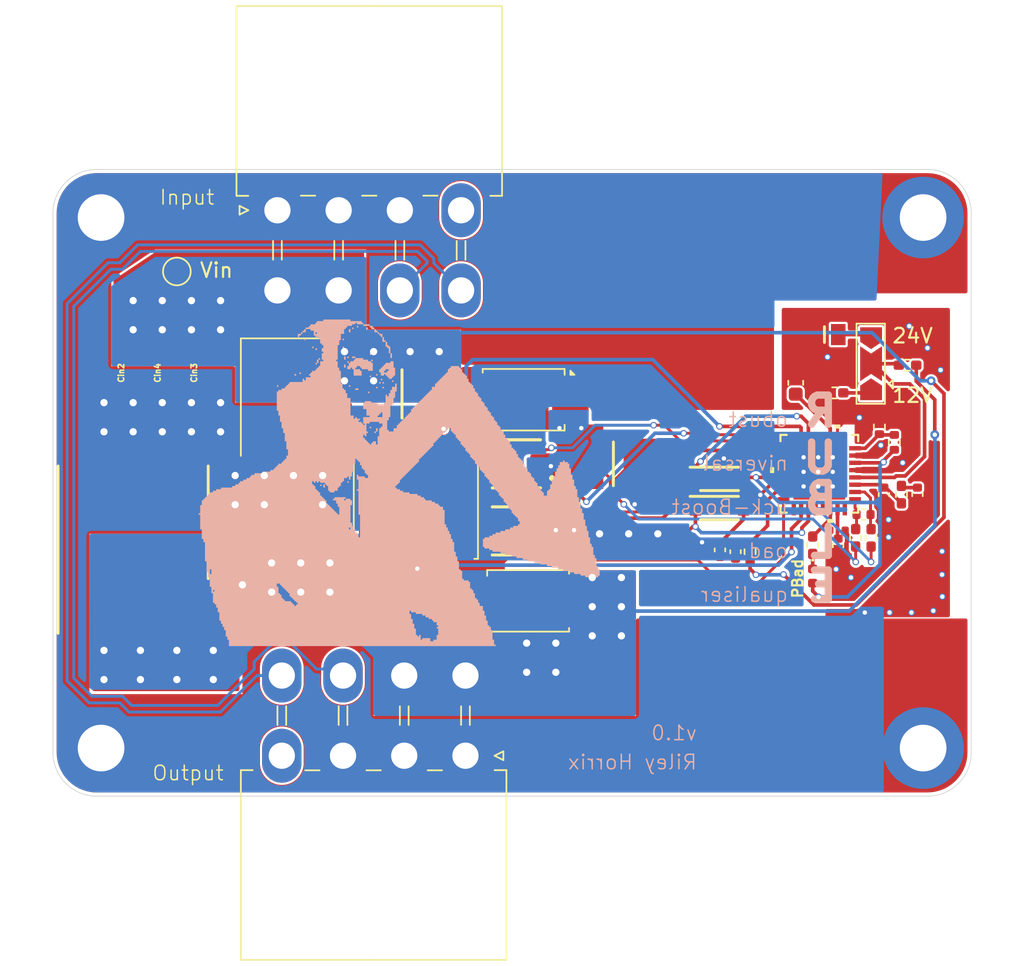
<source format=kicad_pcb>
(kicad_pcb (version 20241229) (generator "pcbnew") (generator_version "9.0")
  (layers (0 "F.Cu" signal) (4 "In1.Cu" signal) (6 "In2.Cu" signal) (2 "B.Cu" signal) (13 "F.Paste" user) (15 "B.Paste" user) (5 "F.SilkS" user "F.Silkscreen") (7 "B.SilkS" user "B.Silkscreen") (1 "F.Mask" user) (3 "B.Mask" user) (25 "Edge.Cuts" user))
  (net 0 "")
  (net 1 "/ICVIN")
  (net 2 "/TG2")
  (net 3 "/SW2")
  (net 4 "/SENS+")
  (net 5 "/BG2")
  (net 6 "Net-(C1-Pad2)")
  (net 7 "GND")
  (net 8 "Net-(IC1-ITH)")
  (net 9 "/SW1")
  (net 10 "/BG1")
  (net 11 "Net-(IC1-STBYMD)")
  (net 12 "Net-(Da1-K)")
  (net 13 "Net-(Db1-K)")
  (net 14 "Net-(IC1-VIN)")
  (net 15 "/ICVOUT")
  (net 16 "Net-(IC1-SENSE-)")
  (net 17 "Net-(IC1-SENSE+)")
  (net 18 "Net-(IC1-SS)")
  (net 19 "/INTVCC")
  (net 20 "Net-(D1-K)")
  (net 21 "/TG1")
  (net 30 "Net-(IC1-PLLFTR)")
  (net 31 "Net-(IC1-VOSENSE)")
  (net 32 "Net-(IC1-PGOOD)")
  (net 33 "+3V3")
  (net 34 "/CAN-")
  (net 35 "/CAN+")
  (net 36 "Net-(JP1-A)")
  (net 37 "Net-(JP1-B)")
  (net 38 "Net-(PBAD1-K)")
  (footprint "iclr:BSZ025N04LS" (layer "F.Cu") (at 158.59875 79.9)
    (property "Reference" "A1" (hide yes))
    (property "Value" "BSZ025N04LS" (hide yes))
  )
  (footprint "Capacitor_SMD:C_0402_1005Metric" (layer "F.Cu") (at 188.61322 88.180016 180)
    (property "Reference" "CSENS1" (hide yes))
    (property "Value" "68pF")
  )
  (footprint "Inductor_SMD:L_Sunlord_SWPA8040S" (layer "F.Cu") (at 157.89875 86.955 -90)
    (property "Reference" "L1" (hide yes))
    (property "Value" "18uH")
  )
  (footprint "Resistor_SMD:R_0402_1005Metric" (layer "F.Cu") (at 146 88.99 90)
    (property "Reference" "R3" (hide yes))
    (property "Value" "3k")
  )
  (footprint "Resistor_SMD:R_0402_1005Metric_Pad0.72x0.64mm_HandSolder" (layer "F.Cu") (at 189.13125 89.780016 90)
    (property "Reference" "RSENS-1" (hide yes))
    (property "Value" "100")
  )
  (footprint "RubleHardware:QFN-32_UH" (layer "F.Cu") (at 185.5776 85.380016 180)
    (property "Reference" "IC1" (hide yes))
    (property "Value" "LTC3780EUH#PBF")
  )
  (footprint "iclr:Molex_Mini-Fit_Jr_5569-08A2_2x04_P4.20mm_Horizontal" (layer "F.Cu") (at 161.3 104.725 180)
    (property "Reference" "J2_OUT1" (hide yes))
    (property "Value" "Conn_01x08_Male")
  )
  (footprint "iclr:BSZ025N04LS" (layer "F.Cu") (at 164.79375 84.7 90)
    (property "Reference" "B1" (hide yes))
    (property "Value" "BSZ025N04LS" (hide yes))
  )
  (footprint "Resistor_SMD:R_0402_1005Metric_Pad0.72x0.64mm_HandSolder" (layer "F.Cu") (at 186.6275 79.830016)
    (property "Reference" "R1_12v1" (hide yes))
    (property "Value" "8.06k")
  )
  (footprint "Resistor_SMD:R_0402_1005Metric" (layer "F.Cu") (at 189.7 82.15 -90)
    (property "Reference" "R4" (hide yes))
    (property "Value" "10k")
  )
  (footprint "iclr:CAPAE1030X1050N" (layer "F.Cu") (at 138.5 90 90)
    (property "Reference" "Cout2" (hide yes))
    (property "Value" "330uF" (hide yes))
  )
  (footprint "iclr:CAPC2012X145N" (layer "F.Cu") (at 141.5 78 90)
    (property "Reference" "Cin4")
    (property "Value" "22uF")
  )
  (footprint "TestPoint:TestPoint_Pad_D1.5mm" (layer "F.Cu") (at 141.5 71.5)
    (property "Reference" "TP2" (hide yes))
    (property "Value" "TestPoint")
  )
  (footprint "iclr:SODFL3516X70N" (layer "F.Cu") (at 178.73 87.730016)
    (property "Reference" "Da1" (hide yes))
    (property "Value" "B0540W-7-F" (hide yes))
  )
  (footprint "iclr:CAPC1608X90N" (layer "F.Cu") (at 151 89.29 90)
    (property "Reference" "Cout1" (hide yes))
    (property "Value" "100nF" (hide yes))
  )
  (footprint "RubleHardware:Stonks" (layer "F.Cu") (at 157.461639 85.94526)
    (property "Reference" "G***" (hide yes))
    (property "Value" "LOGO" (hide yes))
  )
  (footprint "Resistor_SMD:R_0402_1005Metric_Pad0.72x0.64mm_HandSolder" (layer "F.Cu") (at 185.1252 90.282516 -90)
    (property "Reference" "Rpu1" (hide yes))
    (property "Value" "390")
  )
  (footprint "MountingHole:MountingHole_3.2mm_M3_DIN965_Pad" (layer "F.Cu") (at 136.3 67.8)
    (property "Reference" "H1" (hide yes))
    (property "Value" "MountingHole_Pad")
  )
  (footprint "MountingHole:MountingHole_3.2mm_M3_DIN965_Pad" (layer "F.Cu") (at 192.7 104.2)
    (property "Reference" "H4" (hide yes))
    (property "Value" "MountingHole_Pad")
  )
  (footprint "iclr:BSZ025N04LS" (layer "F.Cu") (at 158.59875 94.2 180)
    (property "Reference" "D3" (hide yes))
    (property "Value" "BSZ025N04LS" (hide yes))
  )
  (footprint "Capacitor_SMD:C_0402_1005Metric" (layer "F.Cu") (at 167.95 87.5 180)
    (property "Reference" "Cb1" (hide yes))
    (property "Value" "1uF")
  )
  (footprint "iclr:CAPC2012X145N" (layer "F.Cu") (at 139 78 90)
    (property "Reference" "Cin2")
    (property "Value" "22uF")
  )
  (footprint "TestPoint:TestPoint_Pad_D1.5mm" (layer "F.Cu") (at 146 95)
    (property "Reference" "TP1" (hide yes))
    (property "Value" "TestPoint")
  )
  (footprint "LED_SMD:LED_0402_1005Metric" (layer "F.Cu") (at 146 91.09 -90)
    (property "Reference" "D1" (hide yes))
    (property "Value" "LED_GREEN")
  )
  (footprint "MountingHole:MountingHole_3.2mm_M3_DIN965_Pad" (layer "F.Cu") (at 192.7 67.8)
    (property "Reference" "H3" (hide yes))
    (property "Value" "MountingHole_Pad")
  )
  (footprint "iclr:BSZ025N04LS" (layer "F.Cu") (at 164.79375 89.3 90)
    (property "Reference" "C3" (hide yes))
    (property "Value" "BSZ025N04LS" (hide yes))
  )
  (footprint "Resistor_SMD:R_0402_1005Metric_Pad0.72x0.64mm_HandSolder" (layer "F.Cu") (at 188.071514 89.77346 90)
    (property "Reference" "RSENS+1" (hide yes))
    (property "Value" "100")
  )
  (footprint "iclr:RESC2013X65N" (layer "F.Cu") (at 185.93 75.830016)
    (property "Reference" "R1_24v1" (hide yes))
    (property "Value" "3.89k" (hide yes))
  )
  (footprint "Capacitor_SMD:C_0603_1608Metric" (layer "F.Cu") (at 183.96 79.140016 90)
    (property "Reference" "C4" (hide yes))
    (property "Value" "100nF")
  )
  (footprint "Capacitor_Tantalum_SMD:CP_EIA-7360-38_Kemet-E" (layer "F.Cu") (at 149 80.5 -90)
    (property "Reference" "Cin1" (hide yes))
    (property "Value" "100uF")
  )
  (footprint "Capacitor_SMD:C_0402_1005Metric" (layer "F.Cu") (at 168.74875 90.5 180)
    (property "Reference" "Ca1" (hide yes))
    (property "Value" "1uF")
  )
  (footprint "Jumper:SolderJumper-3_P2.0mm_Open_TrianglePad1.0x1.5mm" (layer "F.Cu") (at 189.13 77.830016 90)
    (property "Reference" "JP1" (hide yes))
    (property "Value" "SolderJumper_3_Open")
  )
  (footprint "Resistor_SMD:R_0402_1005Metric" (layer "F.Cu") (at 190.725 83.225 90)
    (property "Reference" "R5" (hide yes))
    (property "Value" "15k")
  )
  (footprint "Capacitor_SMD:C_0402_1005Metric" (layer "F.Cu") (at 190.0125 86.810016 90)
    (property "Reference" "C2" (hide yes))
    (property "Value" "47pF")
  )
  (footprint "Resistor_SMD:R_0402_1005Metric_Pad0.72x0.64mm_HandSolder" (layer "F.Cu") (at 180.83 90.730016 90)
    (property "Reference" "Rin1" (hide yes))
    (property "Value" "10")
  )
  (footprint "iclr:RESC6432X67N" (layer "F.Cu") (at 171.45 84.7 180)
    (property "Reference" "Rsense1" (hide yes))
    (property "Value" "5m" (hide yes))
  )
  (footprint "Capacitor_SMD:C_0402_1005Metric" (layer "F.Cu") (at 192.3125 86.810016 90)
    (property "Reference" "C1" (hide yes))
    (property "Value" "10nF")
  )
  (footprint "iclr:SODFL3516X70N" (layer "F.Cu") (at 178.73 85.730016)
    (property "Reference" "Db1" (hide yes))
    (property "Value" "B0540W-7-F" (hide yes))
  )
  (footprint "Package_TO_SOT_SMD:TO-277B" (layer "F.Cu") (at 165.59875 94.1 90)
    (property "Reference" "D4" (hide yes))
    (property "Value" "DST1550S")
  )
  (footprint "Package_TO_SOT_SMD:TO-277B" (layer "F.Cu") (at 165.29375 80.3 -90)
    (property "Reference" "D2" (hide yes))
    (property "Value" "DST1550S")
  )
  (footprint "Resistor_SMD:R_0402_1005Metric_Pad0.72x0.64mm_HandSolder" (layer "F.Cu") (at 191.63 77.930016 180)
    (property "Reference" "R1" (hide yes))
    (property "Value" "113k")
  )
  (footprint "iclr:CAPC2012X145N" (layer "F.Cu") (at 144 78 90)
    (property "Reference" "Cin3")
    (property "Value" "22uF")
  )
  (footprint "Capacitor_SMD:C_0402_1005Metric" (layer "F.Cu") (at 186.869655 90.315338 90)
    (property "Reference" "Css1" (hide yes))
    (property "Value" "22nF")
  )
  (footprint "Resistor_SMD:R_0402_1005Metric_Pad0.72x0.64mm_HandSolder" (layer "F.Cu") (at 191.2125 86.810016 -90)
    (property "Reference" "R2" (hide yes))
    (property "Value" "100k")
  )
  (footprint "LED_SMD:LED_0402_1005Metric" (layer "F.Cu") (at 185.1252 92.395016 -90)
    (property "Reference" "PBAD1" (hide yes))
    (property "Value" "RED_LED")
  )
  (footprint "Capacitor_SMD:C_0402_1005Metric" (layer "F.Cu") (at 179.83 90.727516 -90)
    (property "Reference" "Cf1" (hide yes))
    (property "Value" "0.1uF")
  )
  (footprint "Capacitor_SMD:C_0402_1005Metric" (layer "F.Cu") (at 178.762092 90.606567 -90)
    (property "Reference" "Cvcc1" (hide yes))
    (property "Value" "4.7uf")
  )
  (footprint "iclr:RESC2013X65N" (layer "F.Cu") (at 149 89.05 90)
    (property "Reference" "Cout3" (hide yes))
    (property "Value" "2.2uF" (hide yes))
  )
  (footprint "MountingHole:MountingHole_3.2mm_M3_DIN965_Pad" (layer "F.Cu") (at 136.3 104.2)
    (property "Reference" "H2" (hide yes))
    (property "Value" "MountingHole_Pad")
  )
  (footprint "iclr:Molex_Mini-Fit_Jr_5569-08A2_2x04_P4.20mm_Horizontal" (layer "F.Cu") (at 148.4 67.3)
    (property "Reference" "J1_IN1" (hide yes))
    (property "Value" "Conn_01x08_Male")
  )
  (gr_line (start 136 107.5) (end 185 107.5) (stroke (width 0.05)) (layer "Edge.Cuts"))
  (gr_line (start 187 107.5) (end 185 107.5) (stroke (width 0.05)) (layer "Edge.Cuts"))
  (gr_line (start 193 64.5) (end 187 64.5) (stroke (width 0.05)) (layer "Edge.Cuts"))
  (gr_arc (start 133 67.5) (mid 133.87868 65.37868) (end 136 64.5) (stroke (width 0.05)) (layer "Edge.Cuts"))
  (gr_arc (start 196 104.5) (mid 195.12132 106.62132) (end 193 107.5) (stroke (width 0.05)) (layer "Edge.Cuts"))
  (gr_line (start 133 67.5) (end 133 104.5) (stroke (width 0.05)) (layer "Edge.Cuts"))
  (gr_line (start 187 107.5) (end 193 107.5) (stroke (width 0.05)) (layer "Edge.Cuts"))
  (gr_arc (start 193 64.5) (mid 195.12132 65.37868) (end 196 67.5) (stroke (width 0.05)) (layer "Edge.Cuts"))
  (gr_line (start 196 104.5) (end 196 67.5) (stroke (width 0.05)) (layer "Edge.Cuts"))
  (gr_line (start 185 64.5) (end 136 64.5) (stroke (width 0.05)) (layer "Edge.Cuts"))
  (gr_line (start 187 64.5) (end 185 64.5) (stroke (width 0.05)) (layer "Edge.Cuts"))
  (gr_arc (start 136 107.5) (mid 133.87868 106.62132) (end 133 104.5) (stroke (width 0.05)) (layer "Edge.Cuts"))
  (gr_text "24V" (at 190.5 76.5 0) (layer "F.SilkS") (effects (font (size 1 1)) (justify left bottom)))
  (gr_text "PBad" (at 184.5 94 90) (layer "F.SilkS") (effects (font (size 0.7 0.7) (thickness 0.15) (bold yes)) (justify left bottom)))
  (gr_text "Vout" (at 147.75 95.75 0) (layer "F.SilkS") (effects (font (size 1 1)) (justify left bottom)))
  (gr_text "12V\n" (at 190.5 80.580016 0) (layer "F.SilkS") (effects (font (size 1 1)) (justify left bottom)))
  (gr_text "Power" (at 145.25 91.5 90) (layer "F.SilkS") (effects (font (size 0.7 0.7) (thickness 0.15) (bold yes)) (justify left bottom)))
  (gr_text "Vin" (at 143 72 0) (layer "F.SilkS") (effects (font (size 1 1)) (justify left bottom)))
  (gr_text "Output" (at 139.75 106.5 0) (layer "F.SilkS") (effects (font (size 1 1) (thickness 0.1)) (justify left bottom)))
  (gr_text "Input" (at 140.25 67 0) (layer "F.SilkS") (effects (font (size 1 1) (thickness 0.1)) (justify left bottom)))
  (gr_text "qualiser" (at 183.5 94.25 0) (layer "B.SilkS") (effects (font (size 1 1) (thickness 0.1)) (justify left bottom mirror)))
  (gr_text "R" (at 187 82.25 0) (layer "B.SilkS") (effects (font (size 2 2) (thickness 2)) (justify left bottom mirror)))
  (gr_text "Riley Horrix\n" (at 177.25 105.75 0) (layer "B.SilkS") (effects (font (size 1 1) (thickness 0.1)) (justify left bottom mirror)))
  (gr_text "L" (at 187 91.25 0) (layer "B.SilkS") (effects (font (size 2 2) (thickness 2)) (justify left bottom mirror)))
  (gr_text "v1.0" (at 177.25 103.75 0) (layer "B.SilkS") (effects (font (size 1 1) (thickness 0.1)) (justify left bottom mirror)))
  (gr_text "U" (at 187 85.47 0) (layer "B.SilkS") (effects (font (size 2 2) (thickness 2)) (justify left bottom mirror)))
  (gr_text "oad" (at 183.5 91.25 0) (layer "B.SilkS") (effects (font (size 1 1) (thickness 0.1)) (justify left bottom mirror)))
  (gr_text "E" (at 187 94.25 0) (layer "B.SilkS") (effects (font (size 2 2) (thickness 2)) (justify left bottom mirror)))
  (gr_text "obust" (at 183.5 82.25 0) (layer "B.SilkS") (effects (font (size 1 1) (thickness 0.1)) (justify left bottom mirror)))
  (gr_text "uck-Boost" (at 183.5 88.25 0) (layer "B.SilkS") (effects (font (size 1 1) (thickness 0.1)) (justify left bottom mirror)))
  (gr_text "B" (at 187 88.25 0) (layer "B.SilkS") (effects (font (size 2 2) (thickness 2)) (justify left bottom mirror)))
  (gr_text "niversal\n" (at 183.5 85.25 0) (layer "B.SilkS") (effects (font (size 1 1) (thickness 0.1)) (justify left bottom mirror)))
  (segment (start 180.83 91.910016) (end 181.23 92.310016) (width 0.25) (layer "F.Cu") (net 1))
  (segment (start 180.83 91.327516) (end 180.8725 91.327516) (width 0.25) (layer "F.Cu") (net 1))
  (segment (start 194.13 88.37) (end 188.118984 94.381016) (width 0.25) (layer "F.Cu") (net 1))
  (segment (start 193.25 79) (end 194.13 79.88) (width 0.25) (layer "F.Cu") (net 1))
  (segment (start 180.83 91.327516) (end 180.83 91.910016) (width 0.25) (layer "F.Cu") (net 1))
  (segment (start 194.13 79.88) (end 194.13 88.37) (width 0.25) (layer "F.Cu") (net 1))
  (segment (start 188.118984 94.381016) (end 185.211 94.381016) (width 0.25) (layer "F.Cu") (net 1))
  (segment (start 185.211 94.381016) (end 183.12 92.290016) (width 0.25) (layer "F.Cu") (net 1))
  (via (at 159.5 77) (size 1) (drill 0.5) (layers "F.Cu" "B.Cu") (net 1))
  (via (at 153 77) (size 1) (drill 0.5) (layers "F.Cu" "B.Cu") (net 1))
  (via (at 193.25 79) (size 0.6) (drill 0.3) (layers "F.Cu" "B.Cu") (net 1))
  (via (at 142.5 75.5) (size 1) (drill 0.5) (layers "F.Cu" "B.Cu") (net 1))
  (via (at 155 77) (size 1) (drill 0.5) (layers "F.Cu" "B.Cu") (net 1))
  (via (at 138.5 75.5) (size 1) (drill 0.5) (layers "F.Cu" "B.Cu") (net 1))
  (via (at 155 79) (size 1) (drill 0.5) (layers "F.Cu" "B.Cu") (net 1))
  (via (at 140.5 75.5) (size 1) (drill 0.5) (layers "F.Cu" "B.Cu") (net 1))
  (via (at 153 79) (size 1) (drill 0.5) (layers "F.Cu" "B.Cu") (net 1))
  (via (at 181.23 92.310016) (size 0.45) (drill 0.3) (layers "F.Cu" "B.Cu") (net 1))
  (via (at 144.5 75.5) (size 1) (drill 0.5) (layers "F.Cu" "B.Cu") (net 1))
  (via (at 144.5 73.5) (size 1) (drill 0.5) (layers "F.Cu" "B.Cu") (net 1))
  (via (at 138.5 73.5) (size 1) (drill 0.5) (layers "F.Cu" "B.Cu") (net 1))
  (via (at 140.5 73.5) (size 1) (drill 0.5) (layers "F.Cu" "B.Cu") (net 1))
  (via (at 183.12 92.290016) (size 0.45) (drill 0.3) (layers "F.Cu" "B.Cu") (net 1))
  (via (at 157.5 77) (size 1) (drill 0.5) (layers "F.Cu" "B.Cu") (net 1))
  (via (at 142.5 73.5) (size 1) (drill 0.5) (layers "F.Cu" "B.Cu") (net 1))
  (segment (start 189.2 75.7) (end 160.8 75.7) (width 0.25) (layer "B.Cu") (net 1))
  (segment (start 183.1 92.310016) (end 183.12 92.290016) (width 0.25) (layer "B.Cu") (net 1))
  (segment (start 192.5 79) (end 189.2 75.7) (width 0.25) (layer "B.Cu") (net 1))
  (segment (start 193.25 79) (end 192.5 79) (width 0.25) (layer "B.Cu") (net 1))
  (segment (start 181.23 92.310016) (end 183.1 92.310016) (width 0.25) (layer "B.Cu") (net 1))
  (segment (start 160.8 75.7) (end 159.5 77) (width 0.25) (layer "B.Cu") (net 1))
  (segment (start 184.3276 82.223216) (end 184.2344 82.130016) (width 0.25) (layer "F.Cu") (net 2))
  (segment (start 159.57375 82.075) (end 159.79875 82.3) (width 0.25) (layer "F.Cu") (net 2))
  (segment (start 159.57375 81.35) (end 159.57375 82.075) (width 0.25) (layer "F.Cu") (net 2))
  (segment (start 184.3276 82.927616) (end 184.3276 82.223216) (width 0.25) (layer "F.Cu") (net 2))
  (segment (start 184.2344 82.130016) (end 178.73 82.130016) (width 0.25) (layer "F.Cu") (net 2))
  (via (at 178.73 82.130016) (size 0.45) (drill 0.3) (layers "F.Cu" "B.Cu") (net 2))
  (via (at 159.79875 82.3) (size 0.45) (drill 0.3) (layers "F.Cu" "B.Cu") (net 2))
  (segment (start 174.149984 77.55) (end 161.8 77.55) (width 0.25) (layer "B.Cu") (net 2))
  (segment (start 161.8 77.55) (end 161.35 78) (width 0.25) (layer "B.Cu") (net 2))
  (segment (start 178.73 82.130016) (end 174.149984 77.55) (width 0.25) (layer "B.Cu") (net 2))
  (segment (start 161.35 78) (end 161.35 80.74875) (width 0.25) (layer "B.Cu") (net 2))
  (segment (start 161.35 80.74875) (end 159.79875 82.3) (width 0.25) (layer "B.Cu") (net 2))
  (segment (start 164.80375 86.5) (end 164.39875 86.095) (width 0.25) (layer "F.Cu") (net 3))
  (segment (start 177.551 82.601) (end 177.65 82.7) (width 0.2) (layer "F.Cu") (net 3))
  (segment (start 164.39875 84.298) (end 164.39875 84.7) (width 0.25) (layer "F.Cu") (net 3))
  (segment (start 176.271232 82.601) (end 177.551 82.601) (width 0.2) (layer "F.Cu") (net 3))
  (segment (start 166.47 86.5) (end 164.80375 86.5) (width 0.25) (layer "F.Cu") (net 3))
  (segment (start 167.47 87.5) (end 166.47 86.5) (width 0.25) (layer "F.Cu") (net 3))
  (segment (start 167.47 87.487096) (end 168.093096 86.864) (width 0.25) (layer "F.Cu") (net 3))
  (segment (start 177.65 82.7) (end 182.195184 82.7) (width 0.2) (layer "F.Cu") (net 3))
  (segment (start 164.39875 86.095) (end 164.39875 84.7) (width 0.25) (layer "F.Cu") (net 3))
  (segment (start 182.195184 82.7) (end 183.1252 83.630016) (width 0.2) (layer "F.Cu") (net 3))
  (segment (start 168.093096 86.864) (end 169.164 86.864) (width 0.25) (layer "F.Cu") (net 3))
  (segment (start 167.47 87.5) (end 167.47 87.487096) (width 0.25) (layer "F.Cu") (net 3))
  (segment (start 169.164 86.864) (end 169.6 87.3) (width 0.25) (layer "F.Cu") (net 3))
  (via (at 169.6 87.3) (size 0.45) (drill 0.3) (layers "F.Cu" "B.Cu") (net 3))
  (via (at 176.271232 82.601) (size 0.45) (drill 0.3) (layers "F.Cu" "B.Cu") (net 3))
  (segment (start 174.3 82.6) (end 169.6 87.3) (width 0.25) (layer "B.Cu") (net 3))
  (segment (start 176.271232 82.601) (end 176.270232 82.6) (width 0.25) (layer "B.Cu") (net 3))
  (segment (start 176.270232 82.6) (end 174.3 82.6) (width 0.25) (layer "B.Cu") (net 3))
  (segment (start 171.24 86.547461) (end 171.24 85.715) (width 0.2) (layer "F.Cu") (net 4))
  (segment (start 168.44375 79.33) (end 168.44375 81.27) (width 0.25) (layer "F.Cu") (net 4))
  (segment (start 172.167539 87.475) (end 171.24 86.547461) (width 0.2) (layer "F.Cu") (net 4))
  (segment (start 188.071514 91.42028) (end 188.08125 91.430016) (width 0.2) (layer "F.Cu") (net 4))
  (segment (start 188.071514 90.37096) (end 188.08125 90.380696) (width 0.2) (layer "F.Cu") (net 4))
  (segment (start 170.225 84.7) (end 169.25 84.7) (width 0.2) (layer "F.Cu") (net 4))
  (segment (start 171.24 85.715) (end 170.225 84.7) (width 0.2) (layer "F.Cu") (net 4))
  (segment (start 188.071514 90.37096) (end 188.071514 91.42028) (width 0.2) (layer "F.Cu") (net 4))
  (via (at 172.167539 87.475) (size 0.45) (drill 0.3) (layers "F.Cu" "B.Cu") (net 4))
  (via (at 188.08125 91.430016) (size 0.45) (drill 0.3) (layers "F.Cu" "B.Cu") (net 4))
  (via (at 168.74875 89.25) (size 0.45) (drill 0.3) (layers "F.Cu" "B.Cu") (net 4))
  (via (at 167.49875 89.25) (size 0.45) (drill 0.3) (layers "F.Cu" "B.Cu") (net 4))
  (via (at 167.161363 84.860342) (size 0.45) (drill 0.3) (layers "F.Cu" "B.Cu") (net 4))
  (via (at 169.24875 82.25) (size 0.45) (drill 0.3) (layers "F.Cu" "B.Cu") (net 4))
  (via (at 167.74875 82.25) (size 0.45) (drill 0.3) (layers "F.Cu" "B.Cu") (net 4))
  (segment (start 172.167539 87.475) (end 172.167539 87.477539) (width 0.2) (layer "B.Cu") (net 4))
  (segment (start 172.167539 87.477539) (end 173.174016 88.484016) (width 0.2) (layer "B.Cu") (net 4))
  (segment (start 185.13525 88.484016) (end 188.08125 91.430016) (width 0.2) (layer "B.Cu") (net 4))
  (segment (start 173.174016 88.484016) (end 185.13525 88.484016) (width 0.2) (layer "B.Cu") (net 4))
  (segment (start 174.21 82.05) (end 174.96 82.05) (width 0.2) (layer "F.Cu") (net 5))
  (segment (start 174.96 82.05) (end 176.036 83.126) (width 0.2) (layer "F.Cu") (net 5))
  (segment (start 181.466784 83.126) (end 182.4708 84.130016) (width 0.2) (layer "F.Cu") (net 5))
  (segment (start 167.075 83.725) (end 167.2 83.6) (width 0.2) (layer "F.Cu") (net 5))
  (segment (start 182.4708 84.130016) (end 183.1252 84.130016) (width 0.2) (layer "F.Cu") (net 5))
  (segment (start 176.036 83.126) (end 181.466784 83.126) (width 0.2) (layer "F.Cu") (net 5))
  (segment (start 166.24375 83.725) (end 167.075 83.725) (width 0.2) (layer "F.Cu") (net 5))
  (via (at 174.21 82.05) (size 0.45) (drill 0.3) (layers "F.Cu" "B.Cu") (net 5))
  (via (at 167.2 83.6) (size 0.45) (drill 0.3) (layers "F.Cu" "B.Cu") (net 5))
  (segment (start 170.192627 82.05) (end 168.642627 83.6) (width 0.2) (layer "B.Cu") (net 5))
  (segment (start 168.642627 83.6) (end 167.2 83.6) (width 0.2) (layer "B.Cu") (net 5))
  (segment (start 174.21 82.05) (end 170.192627 82.05) (width 0.2) (layer "B.Cu") (net 5))
  (segment (start 192.3125 86.330016) (end 191.33 86.330016) (width 0.25) (layer "F.Cu") (net 6))
  (segment (start 186.869655 90.795338) (end 186.869655 91.790361) (width 0.2) (layer "F.Cu") (net 7))
  (segment (start 186.869655 91.790361) (end 186.73 91.930016) (width 0.2) (layer "F.Cu") (net 7))
  (segment (start 182.23 86.130016) (end 181.53 86.830016) (width 0.25) (layer "F.Cu") (net 7))
  (segment (start 184.42 86.130016) (end 184.8276 86.130016) (width 0.25) (layer "F.Cu") (net 7))
  (segment (start 191.3 84.625) (end 190.725 84.625) (width 0.25) (layer "F.Cu") (net 7))
  (segment (start 172.91 87.475) (end 172.91 87.46) (width 0.2) (layer "F.Cu") (net 7))
  (segment (start 189.895 87.290016) (end 190.0125 87.407516) (width 0.25) (layer "F.Cu") (net 7))
  (segment (start 179.83 91.207516) (end 178.883041 91.207516) (width 0.25) (layer "F.Cu") (net 7))
  (segment (start 179.03 84.079016) (end 178.73 83.779016) (width 0.25) (layer "F.Cu") (net 7))
  (segment (start 180.796042 83.779016) (end 179.33 83.779016) (width 0.25) (layer "F.Cu") (net 7))
  (segment (start 179.03 84.079016) (end 179.33 83.779016) (width 0.25) (layer "F.Cu") (net 7))
  (segment (start 183.1252 84.630016) (end 181.647042 84.630016) (width 0.25) (layer "F.Cu") (net 7))
  (segment (start 176.35 84.7) (end 173.65 84.7) (width 0.25) (layer "F.Cu") (net 7))
  (segment (start 184.8276 86.130016) (end 185.5776 85.380016) (width 0.25) (layer "F.Cu") (net 7))
  (segment (start 179.03 84.330016) (end 179.03 84.079016) (width 0.25) (layer "F.Cu") (net 7))
  (segment (start 179.33 83.779016) (end 178.73 83.779016) (width 0.25) (layer "F.Cu") (net 7))
  (segment (start 187.5708 81.530016) (end 188.33 81.530016) (width 0.2) (layer "F.Cu") (net 7))
  (segment (start 178.883041 91.207516) (end 178.762092 91.086567) (width 0.25) (layer "F.Cu") (net 7))
  (segment (start 177.270984 83.779016) (end 176.35 84.7) (width 0.25) (layer "F.Cu") (net 7))
  (segment (start 181.647042 84.630016) (end 180.796042 83.779016) (width 0.25) (layer "F.Cu") (net 7))
  (segment (start 189.8 83.425) (end 189.094984 84.130016) (width 0.25) (layer "F.Cu") (net 7))
  (segment (start 186.8276 82.927616) (end 186.8276 82.273216) (width 0.2) (layer "F.Cu") (net 7))
  (segment (start 172.91 87.46) (end 171.66 86.21) (width 0.2) (layer "F.Cu") (net 7))
  (segment (start 178.762092 91.086567) (end 178.536551 91.086567) (width 0.25) (layer "F.Cu") (net 7))
  (segment (start 171.66 86.21) (end 171.66 85.69) (width 0.2) (layer "F.Cu") (net 7))
  (segment (start 184.8276 84.630016) (end 183.1252 84.630016) (width 0.25) (layer "F.Cu") (net 7))
  (segment (start 185.5776 85.380016) (end 185.5288 85.331216) (width 0.25) (layer "F.Cu") (net 7))
  (segment (start 185.5288 85.331216) (end 184.8276 84.630016) (width 0.25) (layer "F.Cu") (net 7))
  (segment (start 178.73 83.779016) (end 177.270984 83.779016) (width 0.25) (layer "F.Cu") (net 7))
  (segment (start 190.219984 85.130016) (end 188.03 85.130016) (width 0.25) (layer "F.Cu") (net 7))
  (segment (start 172.65 84.7) (end 173.65 84.7) (width 0.2) (layer "F.Cu") (net 7))
  (segment (start 190.725 84.625) (end 190.219984 85.130016) (width 0.25) (layer "F.Cu") (net 7))
  (segment (start 189.094984 84.130016) (end 188.03 84.130016) (width 0.25) (layer "F.Cu") (net 7))
  (segment (start 183.1252 86.130016) (end 182.23 86.130016) (width 0.25) (layer "F.Cu") (net 7))
  (segment (start 178.536551 91.086567) (end 177.53 90.080016) (width 0.25) (layer "F.Cu") (net 7))
  (segment (start 186.8276 82.273216) (end 187.5708 81.530016) (width 0.2) (layer "F.Cu") (net 7))
  (segment (start 171.66 85.69) (end 172.65 84.7) (width 0.2) (layer "F.Cu") (net 7))
  (segment (start 184.42 86.130016) (end 183.1252 86.130016) (width 0.25) (layer "F.Cu") (net 7))
  (segment (start 189.13125 90.377516) (end 189.13125 91.430016) (width 0.2) (layer "F.Cu") (net 7))
  (via (at 186.5 84.25) (size 0.45) (drill 0.3) (layers "F.Cu" "B.Cu") (net 7))
  (via (at 184.5 85.25) (size 0.45) (drill 0.3) (layers "F.Cu" "B.Cu") (net 7))
  (via (at 193.9 78.26) (size 0.45) (drill 0.3) (layers "F.Cu" "B.Cu") (net 7))
  (via (at 147.5 85.5) (size 1) (drill 0.5) (layers "F.Cu" "B.Cu") (net 7))
  (via (at 186.14 77.370016) (size 0.45) (drill 0.3) (layers "F.Cu" "B.Cu") (net 7))
  (via (at 187.75 92.5) (size 0.45) (drill 0.3) (layers "F.Cu" "B.Cu") (net 7))
  (via (at 194.02 93.81) (size 0.45) (drill 0.3) (layers "F.Cu" "B.Cu") (net 7))
  (via (at 190.4 94.9) (size 0.45) (drill 0.3) (layers "F.Cu" "B.Cu") (net 7))
  (via (at 149.5 85.5) (size 1) (drill 0.5) (layers "F.Cu" "B.Cu") (net 7))
  (via (at 185.5 84.25) (size 0.45) (drill 0.3) (layers "F.Cu" "B.Cu") (net 7))
  (via (at 172.91 87.475) (size 0.45) (drill 0.3) (layers "F.Cu" "B.Cu") (net 7))
  (via (at 145.5 85.5) (size 1) (drill 0.5) (layers "F.Cu" "B.Cu") (net 7))
  (via (at 142.5 80.5) (size 1) (drill 0.5) (layers "F.Cu" "B.Cu") (net 7))
  (via (at 177.53 90.080016) (size 0.45) (drill 0.3) (layers "F.Cu" "B.Cu") (net 7))
  (via (at 191.75 75.25) (size 0.45) (drill 0.3) (layers "F.Cu" "B.Cu") (net 7))
  (via (at 188.7 94.9) (size 0.45) (drill 0.3) (layers "F.Cu" "B.Cu") (net 7))
  (via (at 193 76.75) (size 0.45) (drill 0.3) (layers "F.Cu" "B.Cu") (net 7))
  (via (at 151.5 85.5) (size 1) (drill 0.5) (layers "F.Cu" "B.Cu") (net 7))
  (via (at 174.5 89.5) (size 1) (drill 0.5) (layers "F.Cu" "B.Cu") (net 7))
  (via (at 191.3 84.625) (size 0.45) (drill 0.3) (layers "F.Cu" "B.Cu") (net 7))
  (via (at 181.53 86.830016) (size 0.45) (drill 0.3) (layers "F.Cu" "B.Cu") (net 7))
  (via (at 186.5 85.25) (size 0.45) (drill 0.3) (layers "F.Cu" "B.Cu") (net 7))
  (via (at 194 92.3) (size 0.45) (drill 0.3) (layers "F.Cu" "B.Cu") (net 7))
  (via (at 136.5 82.5) (size 1) (drill 0.5) (layers "F.Cu" "B.Cu") (net 7))
  (via (at 136.5 80.5) (size 1) (drill 0.5) (layers "F.Cu" "B.Cu") (net 7))
  (via (at 147.5 87.5) (size 1) (drill 0.5) (layers "F.Cu" "B.Cu") (net 7))
  (via (at 138.5 82.5) (size 1) (drill 0.5) (layers "F.Cu" "B.Cu") (net 7))
  (via (at 194 90.7) (size 0.45) (drill 0.3) (layers "F.Cu" "B.Cu") (net 7))
  (via (at 186.73 91.930016) (size 0.45) (drill 0.3) (layers "F.Cu" "B.Cu") (net 7))
  (via (at 184.5 84.25) (size 0.45) (drill 0.3) (layers "F.Cu" "B.Cu") (net 7))
  (via (at 179.03 84.330016) (size 0.45) (drill 0.3) (layers "F.Cu" "B.Cu") (net 7))
  (via (at 190.33 89.730016) (size 0.45) (drill 0.3) (layers "F.Cu" "B.Cu") (net 7))
  (via (at 189.13125 91.430016) (size 0.45) (drill 0.3) (layers "F.Cu" "B.Cu") (net 7))
  (via (at 138.5 80.5) (size 1) (drill 0.5) (layers "F.Cu" "B.Cu") (net 7))
  (via (at 142.5 82.5) (size 1) (drill 0.5) (layers "F.Cu" "B.Cu") (net 7))
  (via (at 188.33 81.530016) (size 0.45) (drill 0.3) (layers "F.Cu" "B.Cu") (net 7))
  (via (at 144.5 82.5) (size 1) (drill 0.5) (layers "F.Cu" "B.Cu") (net 7))
  (via (at 144.5 80.5) (size 1) (drill 0.5) (layers "F.Cu" "B.Cu") (net 7))
  (via (at 140.5 80.5) (size 1) (drill 0.5) (layers "F.Cu" "B.Cu") (net 7))
  (via (at 190.33 88.530016) (size 0.45) (drill 0.3) (layers "F.Cu" "B.Cu") (net 7))
  (via (at 172.5 89.5) (size 1) (drill 0.5) (layers "F.Cu" "B.Cu") (net 7))
  (via (at 185.5 86.25) (size 0.45) (drill 0.3) (layers "F.Cu" "B.Cu") (net 7))
  (via (at 151.5 87.5) (size 1) (drill 0.5) (layers "F.Cu" "B.Cu") (net 7))
  (via (at 193.4 94.78) (size 0.45) (drill 0.3) (layers "F.Cu" "B.Cu") (net 7))
  (via (at 184.5 86.25) (size 0.45) (drill 0.3) (layers "F.Cu" "B.Cu") (net 7))
  (via (at 186.5 86.25) (size 0.45) (drill 0.3) (layers "F.Cu" "B.Cu") (net 7))
  (via (at 189.8 83.425) (size 0.45) (drill 0.3) (layers "F.Cu" "B.Cu") (net 7))
  (via (at 185.5 85.25) (size 0.45) (drill 0.3) (layers "F.Cu" "B.Cu") (net 7))
  (via (at 170.5 89.5) (size 1) (drill 0.5) (layers "F.Cu" "B.Cu") (net 7))
  (via (at 191.9 94.9) (size 0.45) (drill 0.3) (layers "F.Cu" "B.Cu") (net 7))
  (via (at 140.5 82.5) (size 1) (drill 0.5) (layers "F.Cu" "B.Cu") (net 7))
  (via (at 145.5 87.5) (size 1) (drill 0.5) (layers "F.Cu" "B.Cu") (net 7))
  (segment (start 189.15 91.411266) (end 189.13125 91.430016) (width 0.2) (layer "B.Cu") (net 7))
  (segment (start 173.518016 88.083016) (end 185.78425 88.083016) (width 0.2) (layer "B.Cu") (net 7))
  (segment (start 172.91 87.475) (end 173.518016 88.083016) (width 0.2) (layer "B.Cu") (net 7))
  (segment (start 185.78425 88.083016) (end 189.13125 91.430016) (width 0.2) (layer "B.Cu") (net 7))
  (segment (start 191.2125 87.407516) (end 190.135 86.330016) (width 0.25) (layer "F.Cu") (net 8))
  (segment (start 191.09 87.290016) (end 191.2125 87.290016) (width 0.25) (layer "F.Cu") (net 8))
  (segment (start 188.03 86.130016) (end 189.8125 86.130016) (width 0.25) (layer "F.Cu") (net 8))
  (segment (start 188.03 86.130016) (end 188.269655 86.130016) (width 0.25) (layer "F.Cu") (net 8))
  (segment (start 189.8125 86.130016) (end 190.0125 86.330016) (width 0.25) (layer "F.Cu") (net 8))
  (segment (start 188.269655 86.130016) (end 188.294977 86.155338) (width 0.25) (layer "F.Cu") (net 8))
  (segment (start 178.786016 92.836016) (end 177.25 91.3) (width 0.2) (layer "F.Cu") (net 9))
  (segment (start 183.1252 87.130016) (end 183.1252 91.158693) (width 0.2) (layer "F.Cu") (net 9))
  (segment (start 169.06875 91.3) (end 168.26875 90.5) (width 0.2) (layer "F.Cu") (net 9))
  (segment (start 181.447877 92.836016) (end 178.786016 92.836016) (width 0.2) (layer "F.Cu") (net 9))
  (segment (start 177.25 91.3) (end 169.06875 91.3) (width 0.2) (layer "F.Cu") (net 9))
  (segment (start 164.39875 89.59) (end 164.39875 89.3) (width 0.25) (layer "F.Cu") (net 9))
  (segment (start 168.26875 90.5) (end 167.4 90.5) (width 0.25) (layer "F.Cu") (net 9))
  (segment (start 183.1252 91.158693) (end 181.447877 92.836016) (width 0.2) (layer "F.Cu") (net 9))
  (segment (start 167.129 90.771) (end 165.57975 90.771) (width 0.25) (layer "F.Cu") (net 9))
  (segment (start 165.57975 90.771) (end 164.39875 89.59) (width 0.25) (layer "F.Cu") (net 9))
  (segment (start 167.4 90.5) (end 167.129 90.771) (width 0.25) (layer "F.Cu") (net 9))
  (segment (start 174.842016 88.426) (end 168.68275 88.426) (width 0.25) (layer "F.Cu") (net 10))
  (segment (start 181.509232 85.130016) (end 181.244616 84.8654) (width 0.25) (layer "F.Cu") (net 10))
  (segment (start 181.244616 84.8654) (end 179.702616 84.8654) (width 0.25) (layer "F.Cu") (net 10))
  (segment (start 183.1252 85.130016) (end 181.509232 85.130016) (width 0.25) (layer "F.Cu") (net 10))
  (segment (start 177.684 86.884016) (end 176.384 86.884016) (width 0.25) (layer "F.Cu") (net 10))
  (segment (start 168.58175 88.325) (end 166.24375 88.325) (width 0.25) (layer "F.Cu") (net 10))
  (segment (start 179.702616 84.8654) (end 177.684 86.884016) (width 0.25) (layer "F.Cu") (net 10))
  (segment (start 176.384 86.884016) (end 174.842016 88.426) (width 0.25) (layer "F.Cu") (net 10))
  (segment (start 168.68275 88.426) (end 168.58175 88.325) (width 0.25) (layer "F.Cu") (net 10))
  (segment (start 184.73 80.667516) (end 184.7125 80.667516) (width 0.25) (layer "F.Cu") (net 11))
  (segment (start 186.3276 82.265116) (end 184.73 80.667516) (width 0.25) (layer "F.Cu") (net 11))
  (segment (start 184.7125 80.667516) (end 183.96 79.915016) (width 0.25) (layer "F.Cu") (net 11))
  (segment (start 186.3276 82.927616) (end 186.3276 82.265116) (width 0.25) (layer "F.Cu") (net 11))
  (segment (start 177.08 89.010016) (end 176.889984 89.010016) (width 0.25) (layer "F.Cu") (net 12))
  (segment (start 184.8276 88.632416) (end 184.8276 87.832416) (width 0.25) (layer "F.Cu") (net 12))
  (segment (start 175.4 90.5) (end 169.22875 90.5) (width 0.25) (layer "F.Cu") (net 12))
  (segment (start 176.889984 89.010016) (end 175.4 90.5) (width 0.25) (layer "F.Cu") (net 12))
  (segment (start 184.382805 89.424766) (end 184.382805 89.077211) (width 0.25) (layer "F.Cu") (net 12))
  (segment (start 177.08 89.010016) (end 177.08 87.730016) (width 0.25) (layer "F.Cu") (net 12))
  (segment (start 184.382805 89.077211) (end 184.8276 88.632416) (width 0.25) (layer "F.Cu") (net 12))
  (via (at 177.08 89.010016) (size 0.45) (drill 0.3) (layers "F.Cu" "B.Cu") (net 12))
  (via (at 184.382805 89.424766) (size 0.45) (drill 0.3) (layers "F.Cu" "B.Cu") (net 12))
  (segment (start 184.382805 89.424766) (end 177.49475 89.424766) (width 0.25) (layer "B.Cu") (net 12))
  (segment (start 177.49475 89.424766) (end 177.08 89.010016) (width 0.25) (layer "B.Cu") (net 12))
  (segment (start 176.935546 85.730016) (end 177.08 85.730016) (width 0.2) (layer "F.Cu") (net 13))
  (segment (start 168.43 87.5) (end 168.93 88) (width 0.2) (layer "F.Cu") (net 13))
  (segment (start 184.8276 81.927616) (end 184.8276 82.927616) (width 0.25) (layer "F.Cu") (net 13))
  (segment (start 177.08 85.730016) (end 177.08 84.880016) (width 0.25) (layer "F.Cu") (net 13))
  (segment (start 184.33 81.430016) (end 184.8276 81.927616) (width 0.25) (layer "F.Cu") (net 13))
  (segment (start 174.665562 88) (end 176.935546 85.730016) (width 0.2) (layer "F.Cu") (net 13))
  (segment (start 177.08 84.880016) (end 177.43 84.530016) (width 0.25) (layer "F.Cu") (net 13))
  (segment (start 168.93 88) (end 174.665562 88) (width 0.2) (layer "F.Cu") (net 13))
  (segment (start 184.03 81.430016) (end 184.33 81.430016) (width 0.25) (layer "F.Cu") (net 13))
  (via (at 184.03 81.430016) (size 0.45) (drill 0.3) (layers "F.Cu" "B.Cu") (net 13))
  (via (at 177.43 84.530016) (size 0.45) (drill 0.3) (layers "F.Cu" "B.Cu") (net 13))
  (segment (start 180.53 81.430016) (end 177.43 84.530016) (width 0.25) (layer "B.Cu") (net 13))
  (segment (start 184.03 81.430016) (end 180.53 81.430016) (width 0.25) (layer "B.Cu") (net 13))
  (segment (start 182.03 87.206016) (end 182.606 86.630016) (width 0.25) (layer "F.Cu") (net 14))
  (segment (start 182.606 86.630016) (end 183.1252 86.630016) (width 0.25) (layer "F.Cu") (net 14))
  (segment (start 180.715 90.247516) (end 180.83 90.132516) (width 0.25) (layer "F.Cu") (net 14))
  (segment (start 180.83 90.132516) (end 182.03 88.932516) (width 0.25) (layer "F.Cu") (net 14))
  (segment (start 182.03 88.932516) (end 182.03 87.206016) (width 0.25) (layer "F.Cu") (net 14))
  (segment (start 179.83 90.247516) (end 180.715 90.247516) (width 0.25) (layer "F.Cu") (net 14))
  (segment (start 193.5 82.7) (end 193.5 80.300016) (width 0.25) (layer "F.Cu") (net 15))
  (segment (start 193.5 80.300016) (end 192.2275 79.027516) (width 0.25) (layer "F.Cu") (net 15))
  (segment (start 192.2275 79.027516) (end 192.2275 77.930016) (width 0.25) (layer "F.Cu") (net 15))
  (via (at 141.5 97.5) (size 1) (drill 0.5) (layers "F.Cu" "B.Cu") (net 15))
  (via (at 172 92.5) (size 1) (drill 0.5) (layers "F.Cu" "B.Cu") (net 15))
  (via (at 144 97.5) (size 1) (drill 0.5) (layers "F.Cu" "B.Cu") (net 15))
  (via (at 141.5 99.5) (size 1) (drill 0.5) (layers "F.Cu" "B.Cu") (net 15))
  (via (at 165.5 99) (size 1) (drill 0.5) (layers "F.Cu" "B.Cu") (net 15))
  (via (at 165.5 97) (size 1) (drill 0.5) (layers "F.Cu" "B.Cu") (net 15))
  (via (at 193.5 82.7) (size 0.6) (drill 0.3) (layers "F.Cu" "B.Cu") (net 15))
  (via (at 146 93) (size 1) (drill 0.5) (layers "F.Cu" "B.Cu") (net 15))
  (via (at 148 91.5) (size 1) (drill 0.5) (layers "F.Cu" "B.Cu") (net 15))
  (via (at 136.5 99.5) (size 1) (drill 0.5) (layers "F.Cu" "B.Cu") (net 15))
  (via (at 152 91.5) (size 1) (drill 0.5) (layers "F.Cu" "B.Cu") (net 15))
  (via (at 148 93.5) (size 1) (drill 0.5) (layers "F.Cu" "B.Cu") (net 15))
  (via (at 170 92.5) (size 1) (drill 0.5) (layers "F.Cu" "B.Cu") (net 15))
  (via (at 152 93.5) (size 1) (drill 0.5) (layers "F.Cu" "B.Cu") (net 15))
  (via (at 136.5 97.5) (size 1) (drill 0.5) (layers "F.Cu" "B.Cu") (net 15))
  (via (at 150 91.5) (size 1) (drill 0.5) (layers "F.Cu" "B.Cu") (net 15))
  (via (at 167.5 97) (size 1) (drill 0.5) (layers "F.Cu" "B.Cu") (net 15))
  (via (at 139 99.5) (size 1) (drill 0.5) (layers "F.Cu" "B.Cu") (net 15))
  (via (at 144 99.5) (size 1) (drill 0.5) (layers "F.Cu" "B.Cu") (net 15))
  (via (at 139 97.5) (size 1) (drill 0.5) (layers "F.Cu" "B.Cu") (net 15))
  (via (at 172 94.5) (size 1) (drill 0.5) (layers "F.Cu" "B.Cu") (net 15))
  (via (at 150 93.5) (size 1) (drill 0.5) (layers "F.Cu" "B.Cu") (net 15))
  (via (at 172 96.5) (size 1) (drill 0.5) (layers "F.Cu" "B.Cu") (net 15))
  (via (at 170 96.5) (size 1) (drill 0.5) (layers "F.Cu" "B.Cu") (net 15))
  (via (at 167.5 99) (size 1) (drill 0.5) (layers "F.Cu" "B.Cu") (net 15))
  (via (at 170 94.5) (size 1) (drill 0.5) (layers "F.Cu" "B.Cu") (net 15))
  (segment (start 193.51 88.92) (end 193.51 82.71) (width 0.25) (layer "B.Cu") (net 15))
  (segment (start 171 95) (end 171.2 94.8) (width 0.25) (layer "B.Cu") (net 15))
  (segment (start 187.63 94.8) (end 193.51 88.92) (width 0.25) (layer "B.Cu") (net 15))
  (segment (start 171.2 94.8) (end 187.63 94.8) (width 0.25) (layer "B.Cu") (net 15))
  (segment (start 193.51 82.71) (end 193.5 82.7) (width 0.25) (layer "B.Cu") (net 15))
  (segment (start 189.09322 87.038836) (end 189.09322 87.830016) (width 0.2) (layer "F.Cu") (net 16))
  (segment (start 188.6844 86.630016) (end 189.09322 87.038836) (width 0.2) (layer "F.Cu") (net 16))
  (segment (start 189.09322 89.144486) (end 189.13125 89.182516) (width 0.2) (layer "F.Cu") (net 16))
  (segment (start 188.03 86.630016) (end 188.6844 86.630016) (width 0.2) (layer "F.Cu") (net 16))
  (segment (start 189.09322 87.830016) (end 189.09322 89.144486) (width 0.2) (layer "F.Cu") (net 16))
  (segment (start 188.13322 87.830016) (end 188.13322 89.114254) (width 0.2) (layer "F.Cu") (net 17))
  (segment (start 188.03 87.726796) (end 188.13322 87.830016) (width 0.2) (layer "F.Cu") (net 17))
  (segment (start 188.03 87.130016) (end 188.03 87.726796) (width 0.2) (layer "F.Cu") (net 17))
  (segment (start 188.13322 89.114254) (end 188.071514 89.17596) (width 0.2) (layer "F.Cu") (net 17))
  (segment (start 186.869655 89.835338) (end 186.8276 89.793283) (width 0.25) (layer "F.Cu") (net 18))
  (segment (start 186.8276 89.793283) (end 186.8276 87.832416) (width 0.25) (layer "F.Cu") (net 18))
  (segment (start 189.986091 84.580016) (end 189.936091 84.630016) (width 0.25) (layer "F.Cu") (net 19))
  (segment (start 189.986091 84.473909) (end 190.725 83.735) (width 0.25) (layer "F.Cu") (net 19))
  (segment (start 180.38 88.508659) (end 178.762092 90.126567) (width 0.25) (layer "F.Cu") (net 19))
  (segment (start 180.38 85.730016) (end 180.38 87.730016) (width 0.25) (layer "F.Cu") (net 19))
  (segment (start 183.1252 85.630016) (end 181.23 85.630016) (width 0.25) (layer "F.Cu") (net 19))
  (segment (start 180.38 87.730016) (end 180.38 88.508659) (width 0.25) (layer "F.Cu") (net 19))
  (segment (start 189.936091 84.630016) (end 188.03 84.630016) (width 0.25) (layer "F.Cu") (net 19))
  (segment (start 185.1252 92.880016) (end 185.1252 93.425216) (width 0.25) (layer "F.Cu") (net 19))
  (segment (start 189.986091 84.580016) (end 189.986091 84.473909) (width 0.25) (layer "F.Cu") (net 19))
  (segment (start 185.1252 93.425216) (end 185.53 93.830016) (width 0.25) (layer "F.Cu") (net 19))
  (segment (start 181.23 85.630016) (end 180.48 85.630016) (width 0.25) (layer "F.Cu") (net 19))
  (segment (start 180.48 85.630016) (end 180.38 85.730016) (width 0.25) (layer "F.Cu") (net 19))
  (via (at 181.23 85.630016) (size 0.45) (drill 0.3) (layers "F.Cu" "B.Cu") (net 19))
  (via (at 189.986091 84.580016) (size 0.45) (drill 0.3) (layers "F.Cu" "B.Cu") (net 19))
  (via (at 185.53 93.830016) (size 0.45) (drill 0.3) (layers "F.Cu" "B.Cu") (net 19))
  (segment (start 189.75 87.35) (end 189.75 87) (width 0.25) (layer "B.Cu") (net 19))
  (segment (start 189.4 87.35) (end 189.75 87) (width 0.25) (layer "B.Cu") (net 19))
  (segment (start 181.23 85.750784) (end 181.23 85.630016) (width 0.25) (layer "B.Cu") (net 19))
  (segment (start 187.510482 93.830016) (end 189.75 91.590498) (width 0.25) (layer "B.Cu") (net 19))
  (segment (start 189.4 87.35) (end 182.829216 87.35) (width 0.25) (layer "B.Cu") (net 19))
  (segment (start 185.53 93.830016) (end 187.510482 93.830016) (width 0.25) (layer "B.Cu") (net 19))
  (segment (start 189.4 87.35) (end 189.75 87.7) (width 0.25) (layer "B.Cu") (net 19))
  (segment (start 189.75 87.7) (end 189.75 87.75) (width 0.25) (layer "B.Cu") (net 19))
  (segment (start 189.75 87.75) (end 189.75 87.35) (width 0.25) (layer "B.Cu") (net 19))
  (segment (start 189.986091 84.580016) (end 189.75 84.816107) (width 0.25) (layer "B.Cu") (net 19))
  (segment (start 189.75 87.35) (end 189.4 87.35) (width 0.25) (layer "B.Cu") (net 19))
  (segment (start 189.75 91.590498) (end 189.75 87.75) (width 0.25) (layer "B.Cu") (net 19))
  (segment (start 189.75 84.816107) (end 189.75 87) (width 0.25) (layer "B.Cu") (net 19))
  (segment (start 182.829216 87.35) (end 181.23 85.750784) (width 0.25) (layer "B.Cu") (net 19))
  (segment (start 146 89.5) (end 146 90.605) (width 0.25) (layer "F.Cu") (net 20))
  (segment (start 183.671302 90.746209) (end 183.671302 89.150904) (width 0.25) (layer "F.Cu") (net 21))
  (segment (start 183.671302 89.150904) (end 184.3276 88.494606) (width 0.25) (layer "F.Cu") (net 21))
  (segment (start 183.6752 90.750107) (end 183.671302 90.746209) (width 0.25) (layer "F.Cu") (net 21))
  (segment (start 157.62375 92.261018) (end 157.995843 91.888925) (width 0.25) (layer "F.Cu") (net 21))
  (segment (start 184.3276 88.494606) (end 184.3276 87.832416) (width 0.25) (layer "F.Cu") (net 21))
  (segment (start 157.62375 92.75) (end 157.62375 92.261018) (width 0.25) (layer "F.Cu") (net 21))
  (via (at 183.6752 90.750107) (size 0.45) (drill 0.3) (layers "F.Cu" "B.Cu") (net 21))
  (via (at 157.995843 91.888925) (size 0.45) (drill 0.3) (layers "F.Cu" "B.Cu") (net 21))
  (segment (start 158.234768 91.65) (end 157.995843 91.888925) (width 0.25) (layer "B.Cu") (net 21))
  (segment (start 182.775307 91.65) (end 158.234768 91.65) (width 0.25) (layer "B.Cu") (net 21))
  (segment (start 183.6752 90.750107) (end 182.775307 91.65) (width 0.25) (layer "B.Cu") (net 21))
  (segment (start 189.755 82.715) (end 189.7 82.66) (width 0.25) (layer "F.Cu") (net 30))
  (segment (start 190.725 82.715) (end 189.755 82.715) (width 0.25) (layer "F.Cu") (net 30))
  (segment (start 188.729984 83.630016) (end 189.7 82.66) (width 0.25) (layer "F.Cu") (net 30))
  (segment (start 188.03 83.630016) (end 188.729984 83.630016) (width 0.25) (layer "F.Cu") (net 30))
  (segment (start 192.8 80.237826) (end 191.7765 79.214326) (width 0.25) (layer "F.Cu") (net 31))
  (segment (start 190.9325 77.830016) (end 191.0325 77.930016) (width 0.25) (layer "F.Cu") (net 31))
  (segment (start 192.8 84.2) (end 192.8 80.237826) (width 0.25) (layer "F.Cu") (net 31))
  (segment (start 191.470984 85.529016) (end 192.8 84.2) (width 0.25) (layer "F.Cu") (net 31))
  (segment (start 189.13 77.830016) (end 190.9325 77.830016) (width 0.25) (layer "F.Cu") (net 31))
  (segment (start 189.280016 77.830016) (end 189.13 77.830016) (width 0.25) (layer "F.Cu") (net 31))
  (segment (start 190.664326 79.214326) (end 189.280016 77.830016) (width 0.25) (layer "F.Cu") (net 31))
  (segment (start 190.846758 85.529016) (end 191.470984 85.529016) (width 0.25) (layer "F.Cu") (net 31))
  (segment (start 190.745758 85.630016) (end 190.846758 85.529016) (width 0.25) (layer "F.Cu") (net 31))
  (segment (start 191.7765 79.214326) (end 190.664326 79.214326) (width 0.25) (layer "F.Cu") (net 31))
  (segment (start 188.03 85.630016) (end 190.745758 85.630016) (width 0.25) (layer "F.Cu") (net 31))
  (segment (start 185.1252 89.685016) (end 186.3276 88.482616) (width 0.25) (layer "F.Cu") (net 32))
  (segment (start 186.3276 88.482616) (end 186.3276 87.832416) (width 0.25) (layer "F.Cu") (net 32))
  (segment (start 138.996845 70.125) (end 158.006802 70.125) (width 0.2) (layer "B.Cu") (net 34))
  (segment (start 158.006802 70.125) (end 158.674999 70.793197) (width 0.2) (layer "B.Cu") (net 34))
  (segment (start 137.770865 71.35098) (end 138.996845 70.125) (width 0.2) (layer "B.Cu") (net 34))
  (segment (start 148.016133 97.074) (end 146.806802 98.283331) (width 0.2) (layer "B.Cu") (net 34))
  (segment (start 137.770865 100.64902) (end 135.667218 100.64902) (width 0.2) (layer "B.Cu") (net 34))
  (segment (start 144.306802 101.275) (end 138.396845 101.275) (width 0.2) (layer "B.Cu") (net 34))
  (segment (start 134.425 73.893198) (end 136.967218 71.35098) (width 0.2) (layer "B.Cu") (net 34))
  (segment (start 146.806802 98.283331) (end 146.806802 98.775) (width 0.2) (layer "B.Cu") (net 34))
  (segment (start 149.383867 97.074) (end 148.016133 97.074) (width 0.2) (layer "B.Cu") (net 34))
  (segment (start 158.674999 70.925001) (end 156.8 72.8) (width 0.2) (layer "B.Cu") (net 34))
  (segment (start 152.9 99.225) (end 152.45 98.775) (width 0.2) (layer "B.Cu") (net 34))
  (segment (start 135.667218 100.64902) (end 134.425 99.406802) (width 0.2) (layer "B.Cu") (net 34))
  (segment (start 136.967218 71.35098) (end 137.770865 71.35098) (width 0.2) (layer "B.Cu") (net 34))
  (segment (start 158.674999 70.793197) (end 158.674999 70.925001) (width 0.2) (layer "B.Cu") (net 34))
  (segment (start 134.425 99.406802) (end 134.425 73.893198) (width 0.2) (layer "B.Cu") (net 34))
  (segment (start 146.806802 98.775) (end 144.306802 101.275) (width 0.2) (layer "B.Cu") (net 34))
  (segment (start 152.45 98.775) (end 151.084867 98.775) (width 0.2) (layer "B.Cu") (net 34))
  (segment (start 138.396845 101.275) (end 137.770865 100.64902) (width 0.2) (layer "B.Cu") (net 34))
  (segment (start 151.084867 98.775) (end 149.383867 97.074) (width 0.2) (layer "B.Cu") (net 34))
  (segment (start 138.810477 69.675) (end 158.193198 69.675) (width 0.2) (layer "B.Cu") (net 35))
  (segment (start 158.193198 69.675) (end 159.125001 70.606803) (width 0.2) (layer "B.Cu") (net 35))
  (segment (start 148.7 99.225) (end 146.993198 99.225) (width 0.2) (layer "B.Cu") (net 35))
  (segment (start 133.975 99.593198) (end 133.975 73.706802) (width 0.2) (layer "B.Cu") (net 35))
  (segment (start 144.493198 101.725) (end 138.210477 101.725) (width 0.2) (layer "B.Cu") (net 35))
  (segment (start 135.480802 101.099) (end 133.975 99.593198) (width 0.2) (layer "B.Cu") (net 35))
  (segment (start 133.975 73.706802) (end 136.780802 70.901) (width 0.2) (layer "B.Cu") (net 35))
  (segment (start 137.584477 70.901) (end 138.810477 69.675) (width 0.2) (layer "B.Cu") (net 35))
  (segment (start 136.780802 70.901) (end 137.584477 70.901) (width 0.2) (layer "B.Cu") (net 35))
  (segment (start 146.993198 99.225) (end 144.493198 101.725) (width 0.2) (layer "B.Cu") (net 35))
  (segment (start 159.125001 70.606803) (end 159.125001 70.925001) (width 0.2) (layer "B.Cu") (net 35))
  (segment (start 159.125001 70.925001) (end 161 72.8) (width 0.2) (layer "B.Cu") (net 35))
  (segment (start 138.210477 101.725) (end 137.584477 101.099) (width 0.2) (layer "B.Cu") (net 35))
  (segment (start 137.584477 101.099) (end 135.480802 101.099) (width 0.2) (layer "B.Cu") (net 35))
  (segment (start 189.13 79.830016) (end 187.225 79.830016) (width 0.25) (layer "F.Cu") (net 36))
  (segment (start 189.13 75.830016) (end 186.88 75.830016) (width 0.25) (layer "F.Cu") (net 37))
  (segment (start 185.1252 90.880016) (end 185.1252 91.910016) (width 0.25) (layer "F.Cu") (net 38))
  (zone (net 3) (net_name "/SW2") (layer "F.Cu") (priority 3) (connect_pads yes (clearance 0)) (min_thickness 0.25) (fill yes (thermal_gap 0.5) (thermal_bridge_width 0.5))
    (polygon (pts (xy 153.99875 87) (xy 153.99875 81) (xy 160.99875 81) (xy 160.99875 78) (xy 166.99875 78) (xy 166.99875 82.5) (xy 164.99875 82.5) (xy 164.99875 87)))
  )
  (zone (net 7) (net_name "GND") (layer "F.Cu") (priority 4) (connect_pads yes (clearance 0)) (min_thickness 0.25) (fill yes (thermal_gap 0.5) (thermal_bridge_width 0.5))
    (polygon (pts (xy 196.86 109) (xy 131 109) (xy 131 63) (xy 196.76 63) (xy 196.76 73) (xy 182.47 73) (xy 182.47 81) (xy 170 81) (xy 170 77.9) (xy 161 77.9) (xy 161 75.5) (xy 154.5 75.5) (xy 154.5 70) (xy 140 70) (xy 137 72) (xy 137 78) (xy 145.5 78) (xy 145.5 80.5) (xy 153.5 80.5) (xy 153.5 89.5) (xy 135.5 89.5) (xy 135.5 100.5) (xy 146 100.5) (xy 146 96.5) (xy 155 96.5) (xy 155 102) (xy 173 102) (xy 173 95.31) (xy 196.86 95.31)))
  )
  (zone (net 0) (net_name "") (layer "F.Cu") (connect_pads (clearance 0)) (min_thickness 0.25)
    (keepout (tracks allowed) (vias allowed) (pads allowed) (copperpour not_allowed) (footprints allowed))
    (fill (thermal_gap 0.5) (thermal_bridge_width 0.5))
    (polygon (pts (xy 188.63125 91.780016) (xy 188.53125 89.730016) (xy 189.78125 89.730016) (xy 189.78125 91.780016)))
  )
  (zone (net 15) (net_name "/ICVOUT") (layer "F.Cu") (priority 1) (connect_pads yes (clearance 0.2)) (min_thickness 0.25) (fill yes (thermal_gap 0.5) (thermal_bridge_width 0.5))
    (polygon (pts (xy 155 102) (xy 173 102) (xy 173 92) (xy 164 92) (xy 163.99875 96.5) (xy 159.99875 96.5) (xy 159.99875 93.5) (xy 153.99875 93.5) (xy 153.99875 89.5) (xy 135.5 89.5) (xy 135.5 100.5) (xy 146 100.5) (xy 146 96.5) (xy 155 96.5)))
  )
  (zone (net 4) (net_name "/SENS+") (layer "F.Cu") (priority 16) (connect_pads yes (clearance 0)) (min_thickness 0.25) (fill yes (thermal_gap 0.5) (thermal_bridge_width 0.5))
    (polygon (pts (xy 167.2 83.7) (xy 167.2 82) (xy 170.756068 82) (xy 170.752275 86.4) (xy 165.74875 86.4) (xy 165.74875 83.7)))
  )
  (zone (net 4) (net_name "/SENS+") (layer "F.Cu") (priority 14) (connect_pads yes (clearance 0)) (min_thickness 0.25) (fill yes (thermal_gap 0.5) (thermal_bridge_width 0.5))
    (polygon (pts (xy 167.24875 78.5) (xy 167.24875 82.75) (xy 169.74875 82.75) (xy 169.74875 78.5)))
  )
  (zone (net 9) (net_name "/SW1") (layer "F.Cu") (priority 2) (connect_pads yes (clearance 0)) (min_thickness 0.25) (fill yes (thermal_gap 0.5) (thermal_bridge_width 0.5))
    (polygon (pts (xy 159.99875 96.5) (xy 163.99875 96.5) (xy 163.99875 91.5) (xy 164.99875 90.5) (xy 164.99875 87) (xy 153.99875 87) (xy 153.99875 93.5) (xy 159.99875 93.5)))
  )
  (zone (net 1) (net_name "/ICVIN") (layer "F.Cu") (connect_pads yes (clearance 0)) (min_thickness 0.25) (fill yes (thermal_gap 0.5) (thermal_bridge_width 0.5))
    (polygon (pts (xy 137 72) (xy 140 70) (xy 154.5 70) (xy 154.5 75.5) (xy 161 75.5) (xy 161 80.5) (xy 145.5 80.5) (xy 145.5 78) (xy 137 78)))
  )
  (zone (net 4) (net_name "/SENS+") (layer "F.Cu") (priority 15) (connect_pads yes (clearance 0)) (min_thickness 0.25) (fill yes (thermal_gap 0.5) (thermal_bridge_width 0.5))
    (polygon (pts (xy 169.24875 88.75) (xy 169.24875 89.75) (xy 166.99875 89.75) (xy 166.99875 90.5) (xy 165.74875 90.5) (xy 165.74875 88.75)))
  )
  (zone (net 7) (net_name "GND") (layer "F.Cu") (priority 5) (connect_pads yes (clearance 0)) (min_thickness 0.25) (fill yes (thermal_gap 0.5) (thermal_bridge_width 0.5))
    (polygon (pts (xy 183 74) (xy 194.54 74) (xy 194.54 95.23) (xy 186 95.23) (xy 186 89) (xy 188 89) (xy 188 82) (xy 185.5 82) (xy 185.5 81) (xy 183 81)))
  )
  (zone (net 15) (net_name "/ICVOUT") (layer "B.Cu") (priority 11) (connect_pads yes (clearance 0.2)) (min_thickness 0.25) (fill yes (thermal_gap 0.5) (thermal_bridge_width 0.5))
    (polygon (pts (xy 146.341139 100.2) (xy 146.329087 97.670913) (xy 147 97) (xy 147.5 96.5) (xy 153.5 96.5) (xy 154 97) (xy 155 98) (xy 155 102) (xy 173 102) (xy 173 92) (xy 158 92) (xy 155.5 89.5) (xy 135.5 89.5) (xy 135.493308 100.2)))
  )
  (zone (net 4) (net_name "/SENS+") (layer "B.Cu") (priority 13) (connect_pads yes (clearance 0)) (min_thickness 0.25) (fill yes (thermal_gap 0.5) (thermal_bridge_width 0.5))
    (polygon (pts (xy 165.49875 84.25) (xy 165.49875 90.75) (xy 167.24875 90) (xy 168.99875 90) (xy 168.99875 88.75) (xy 167.24875 88.75) (xy 167.3 85.25) (xy 168.5 85.15) (xy 169.74875 83.25) (xy 169.74875 81) (xy 168.590627 81) (xy 166.99875 81) (xy 166.99875 84.25)))
  )
  (zone (net 7) (net_name "GND") (layer "B.Cu") (priority 10) (connect_pads yes (clearance 0.2)) (min_thickness 0.25) (fill yes (thermal_gap 0.5) (thermal_bridge_width 0.5))
    (polygon (pts (xy 190 109) (xy 131 109) (xy 131 63) (xy 190 63) (xy 189.5 73.5) (xy 182.5 73.5) (xy 182.5 82.5) (xy 187.5 82.5) (xy 187.5 88) (xy 184.5 88) (xy 184.5 94.5) (xy 190 94.5)))
  )
  (zone (net 1) (net_name "/ICVIN") (layer "B.Cu") (priority 11) (connect_pads yes (clearance 0.2)) (min_thickness 0.25) (fill yes (thermal_gap 0.5) (thermal_bridge_width 0.5))
    (polygon (pts (xy 154.5 70.5) (xy 140 70.5) (xy 137 72.5) (xy 137 78) (xy 145.5 78) (xy 145.5 80.5) (xy 161 80.5) (xy 161 75.5) (xy 154.5 75.5)))
  )
)
</source>
